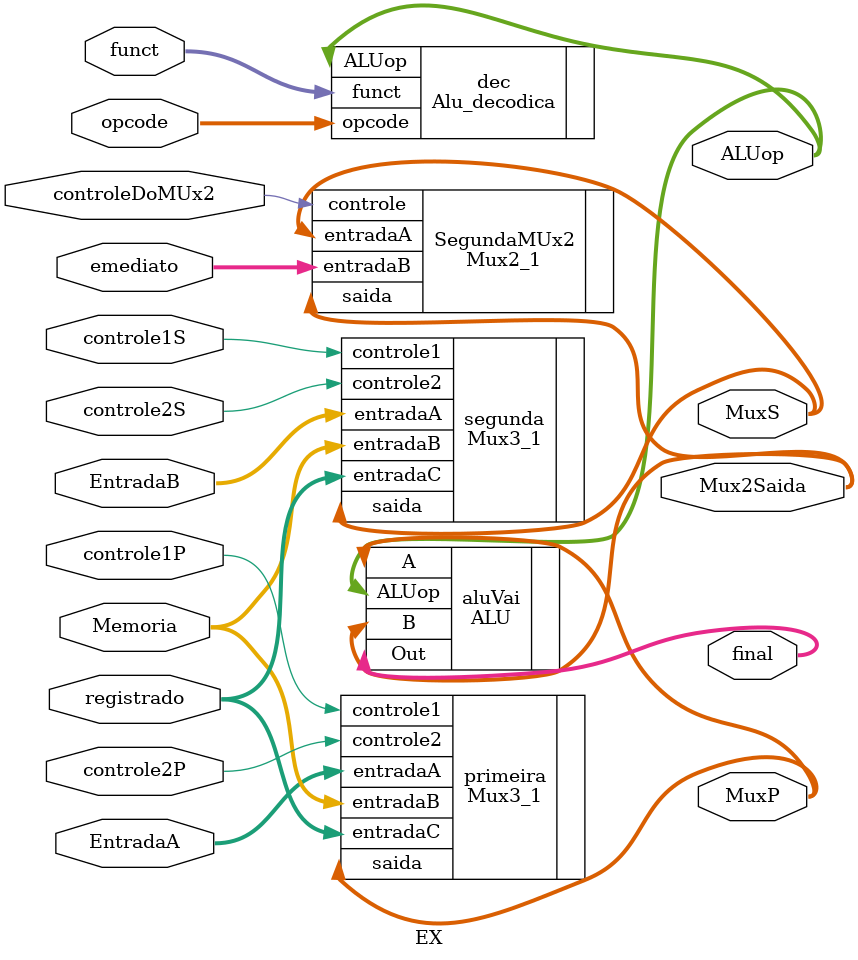
<source format=v>
module EX(
    input [31:0] EntradaA, EntradaB,Memoria,registrado, emediato,
    input controle1P,controle2P,controle1S,controle2S,controleDoMUx2,
    input [5:0] funct, opcode,
    output reg [4:0] ALUop,
    output reg [31:0] MuxP, MuxS, Mux2Saida,final
);
  

Mux3_1 primeira(
  .entradaA(EntradaA), 
  .entradaB(Memoria), 
  .entradaC(registrado),
  .controle1(controle1P),
  .controle2(controle2P),
  .saida(MuxP)
);  
  
Mux3_1 segunda(
  .entradaA(EntradaB), 
  .entradaB(Memoria), 
  .entradaC(registrado),
  .controle1(controle1S),
  .controle2(controle2S),
  .saida(MuxS)
); 

Mux2_1 SegundaMUx2(
  .entradaA(MuxS),
  .entradaB(emediato),
  .controle(controleDoMUx2),
  .saida(Mux2Saida));
  
 Alu_decodica dec(
  .funct(funct), 
  .opcode(opcode),
  .ALUop(ALUop)
); 

ALU aluVai(
    .A(MuxP),
    .B(Mux2Saida),
    .ALUop(ALUop),
    .Out(final)
);

endmodule

</source>
